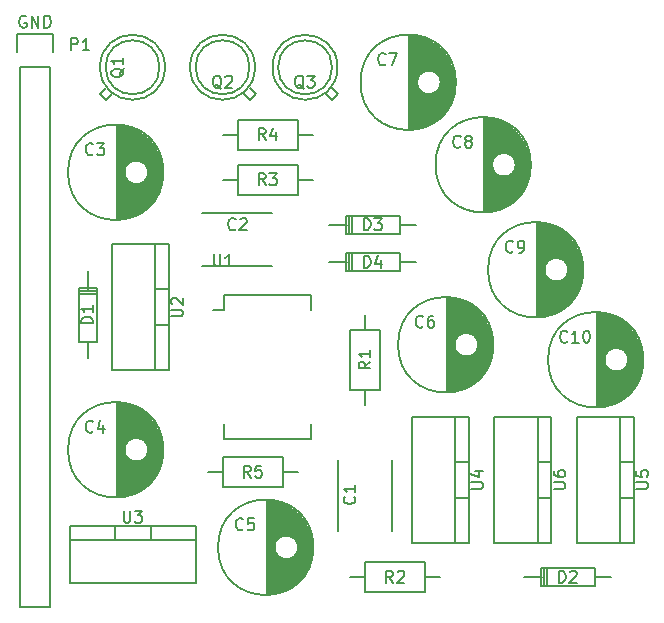
<source format=gto>
G04 #@! TF.FileFunction,Legend,Top*
%FSLAX46Y46*%
G04 Gerber Fmt 4.6, Leading zero omitted, Abs format (unit mm)*
G04 Created by KiCad (PCBNEW 4.0.4+e1-6308~48~ubuntu16.04.1-stable) date Fri Dec  2 12:58:12 2016*
%MOMM*%
%LPD*%
G01*
G04 APERTURE LIST*
%ADD10C,0.100000*%
%ADD11C,0.150000*%
G04 APERTURE END LIST*
D10*
D11*
X49030000Y-65015000D02*
X49030000Y-66285000D01*
X56380000Y-65015000D02*
X56380000Y-66285000D01*
X56380000Y-77225000D02*
X56380000Y-75955000D01*
X49030000Y-77225000D02*
X49030000Y-75955000D01*
X49030000Y-65015000D02*
X56380000Y-65015000D01*
X49030000Y-77225000D02*
X56380000Y-77225000D01*
X49030000Y-66285000D02*
X48095000Y-66285000D01*
X37467540Y-68961520D02*
X37467540Y-70358520D01*
X37467540Y-64516520D02*
X37467540Y-62992520D01*
X38229540Y-64897520D02*
X36705540Y-64897520D01*
X38229540Y-64643520D02*
X36705540Y-64643520D01*
X37467540Y-64389520D02*
X36705540Y-64389520D01*
X36705540Y-64389520D02*
X36705540Y-68961520D01*
X36705540Y-68961520D02*
X38229540Y-68961520D01*
X38229540Y-68961520D02*
X38229540Y-64389520D01*
X38229540Y-64389520D02*
X37467540Y-64389520D01*
X80391520Y-88897460D02*
X81788520Y-88897460D01*
X75946520Y-88897460D02*
X74422520Y-88897460D01*
X76327520Y-88135460D02*
X76327520Y-89659460D01*
X76073520Y-88135460D02*
X76073520Y-89659460D01*
X75819520Y-88897460D02*
X75819520Y-89659460D01*
X75819520Y-89659460D02*
X80391520Y-89659460D01*
X80391520Y-89659460D02*
X80391520Y-88135460D01*
X80391520Y-88135460D02*
X75819520Y-88135460D01*
X75819520Y-88135460D02*
X75819520Y-88897460D01*
X63881520Y-59052460D02*
X65278520Y-59052460D01*
X59436520Y-59052460D02*
X57912520Y-59052460D01*
X59817520Y-58290460D02*
X59817520Y-59814460D01*
X59563520Y-58290460D02*
X59563520Y-59814460D01*
X59309520Y-59052460D02*
X59309520Y-59814460D01*
X59309520Y-59814460D02*
X63881520Y-59814460D01*
X63881520Y-59814460D02*
X63881520Y-58290460D01*
X63881520Y-58290460D02*
X59309520Y-58290460D01*
X59309520Y-58290460D02*
X59309520Y-59052460D01*
X63881520Y-62227460D02*
X65278520Y-62227460D01*
X59436520Y-62227460D02*
X57912520Y-62227460D01*
X59817520Y-61465460D02*
X59817520Y-62989460D01*
X59563520Y-61465460D02*
X59563520Y-62989460D01*
X59309520Y-62227460D02*
X59309520Y-62989460D01*
X59309520Y-62989460D02*
X63881520Y-62989460D01*
X63881520Y-62989460D02*
X63881520Y-61465460D01*
X63881520Y-61465460D02*
X59309520Y-61465460D01*
X59309520Y-61465460D02*
X59309520Y-62227460D01*
X39925000Y-50611000D02*
X39925000Y-58609000D01*
X40065000Y-50616000D02*
X40065000Y-58604000D01*
X40205000Y-50626000D02*
X40205000Y-58594000D01*
X40345000Y-50641000D02*
X40345000Y-58579000D01*
X40485000Y-50661000D02*
X40485000Y-58559000D01*
X40625000Y-50686000D02*
X40625000Y-54388000D01*
X40625000Y-54832000D02*
X40625000Y-58534000D01*
X40765000Y-50716000D02*
X40765000Y-54060000D01*
X40765000Y-55160000D02*
X40765000Y-58504000D01*
X40905000Y-50752000D02*
X40905000Y-53891000D01*
X40905000Y-55329000D02*
X40905000Y-58468000D01*
X41045000Y-50793000D02*
X41045000Y-53778000D01*
X41045000Y-55442000D02*
X41045000Y-58427000D01*
X41185000Y-50839000D02*
X41185000Y-53700000D01*
X41185000Y-55520000D02*
X41185000Y-58381000D01*
X41325000Y-50892000D02*
X41325000Y-53649000D01*
X41325000Y-55571000D02*
X41325000Y-58328000D01*
X41465000Y-50951000D02*
X41465000Y-53619000D01*
X41465000Y-55601000D02*
X41465000Y-58269000D01*
X41605000Y-51016000D02*
X41605000Y-53610000D01*
X41605000Y-55610000D02*
X41605000Y-58204000D01*
X41745000Y-51087000D02*
X41745000Y-53621000D01*
X41745000Y-55599000D02*
X41745000Y-58133000D01*
X41885000Y-51166000D02*
X41885000Y-53651000D01*
X41885000Y-55569000D02*
X41885000Y-58054000D01*
X42025000Y-51253000D02*
X42025000Y-53705000D01*
X42025000Y-55515000D02*
X42025000Y-57967000D01*
X42165000Y-51348000D02*
X42165000Y-53785000D01*
X42165000Y-55435000D02*
X42165000Y-57872000D01*
X42305000Y-51452000D02*
X42305000Y-53901000D01*
X42305000Y-55319000D02*
X42305000Y-57768000D01*
X42445000Y-51566000D02*
X42445000Y-54075000D01*
X42445000Y-55145000D02*
X42445000Y-57654000D01*
X42585000Y-51691000D02*
X42585000Y-54437000D01*
X42585000Y-54783000D02*
X42585000Y-57529000D01*
X42725000Y-51829000D02*
X42725000Y-57391000D01*
X42865000Y-51981000D02*
X42865000Y-57239000D01*
X43005000Y-52151000D02*
X43005000Y-57069000D01*
X43145000Y-52342000D02*
X43145000Y-56878000D01*
X43285000Y-52560000D02*
X43285000Y-56660000D01*
X43425000Y-52816000D02*
X43425000Y-56404000D01*
X43565000Y-53127000D02*
X43565000Y-56093000D01*
X43705000Y-53543000D02*
X43705000Y-55677000D01*
X43845000Y-54410000D02*
X43845000Y-54810000D01*
X42600000Y-54610000D02*
G75*
G03X42600000Y-54610000I-1000000J0D01*
G01*
X43887500Y-54610000D02*
G75*
G03X43887500Y-54610000I-4037500J0D01*
G01*
X39925000Y-74106000D02*
X39925000Y-82104000D01*
X40065000Y-74111000D02*
X40065000Y-82099000D01*
X40205000Y-74121000D02*
X40205000Y-82089000D01*
X40345000Y-74136000D02*
X40345000Y-82074000D01*
X40485000Y-74156000D02*
X40485000Y-82054000D01*
X40625000Y-74181000D02*
X40625000Y-77883000D01*
X40625000Y-78327000D02*
X40625000Y-82029000D01*
X40765000Y-74211000D02*
X40765000Y-77555000D01*
X40765000Y-78655000D02*
X40765000Y-81999000D01*
X40905000Y-74247000D02*
X40905000Y-77386000D01*
X40905000Y-78824000D02*
X40905000Y-81963000D01*
X41045000Y-74288000D02*
X41045000Y-77273000D01*
X41045000Y-78937000D02*
X41045000Y-81922000D01*
X41185000Y-74334000D02*
X41185000Y-77195000D01*
X41185000Y-79015000D02*
X41185000Y-81876000D01*
X41325000Y-74387000D02*
X41325000Y-77144000D01*
X41325000Y-79066000D02*
X41325000Y-81823000D01*
X41465000Y-74446000D02*
X41465000Y-77114000D01*
X41465000Y-79096000D02*
X41465000Y-81764000D01*
X41605000Y-74511000D02*
X41605000Y-77105000D01*
X41605000Y-79105000D02*
X41605000Y-81699000D01*
X41745000Y-74582000D02*
X41745000Y-77116000D01*
X41745000Y-79094000D02*
X41745000Y-81628000D01*
X41885000Y-74661000D02*
X41885000Y-77146000D01*
X41885000Y-79064000D02*
X41885000Y-81549000D01*
X42025000Y-74748000D02*
X42025000Y-77200000D01*
X42025000Y-79010000D02*
X42025000Y-81462000D01*
X42165000Y-74843000D02*
X42165000Y-77280000D01*
X42165000Y-78930000D02*
X42165000Y-81367000D01*
X42305000Y-74947000D02*
X42305000Y-77396000D01*
X42305000Y-78814000D02*
X42305000Y-81263000D01*
X42445000Y-75061000D02*
X42445000Y-77570000D01*
X42445000Y-78640000D02*
X42445000Y-81149000D01*
X42585000Y-75186000D02*
X42585000Y-77932000D01*
X42585000Y-78278000D02*
X42585000Y-81024000D01*
X42725000Y-75324000D02*
X42725000Y-80886000D01*
X42865000Y-75476000D02*
X42865000Y-80734000D01*
X43005000Y-75646000D02*
X43005000Y-80564000D01*
X43145000Y-75837000D02*
X43145000Y-80373000D01*
X43285000Y-76055000D02*
X43285000Y-80155000D01*
X43425000Y-76311000D02*
X43425000Y-79899000D01*
X43565000Y-76622000D02*
X43565000Y-79588000D01*
X43705000Y-77038000D02*
X43705000Y-79172000D01*
X43845000Y-77905000D02*
X43845000Y-78305000D01*
X42600000Y-78105000D02*
G75*
G03X42600000Y-78105000I-1000000J0D01*
G01*
X43887500Y-78105000D02*
G75*
G03X43887500Y-78105000I-4037500J0D01*
G01*
X52625000Y-82361000D02*
X52625000Y-90359000D01*
X52765000Y-82366000D02*
X52765000Y-90354000D01*
X52905000Y-82376000D02*
X52905000Y-90344000D01*
X53045000Y-82391000D02*
X53045000Y-90329000D01*
X53185000Y-82411000D02*
X53185000Y-90309000D01*
X53325000Y-82436000D02*
X53325000Y-86138000D01*
X53325000Y-86582000D02*
X53325000Y-90284000D01*
X53465000Y-82466000D02*
X53465000Y-85810000D01*
X53465000Y-86910000D02*
X53465000Y-90254000D01*
X53605000Y-82502000D02*
X53605000Y-85641000D01*
X53605000Y-87079000D02*
X53605000Y-90218000D01*
X53745000Y-82543000D02*
X53745000Y-85528000D01*
X53745000Y-87192000D02*
X53745000Y-90177000D01*
X53885000Y-82589000D02*
X53885000Y-85450000D01*
X53885000Y-87270000D02*
X53885000Y-90131000D01*
X54025000Y-82642000D02*
X54025000Y-85399000D01*
X54025000Y-87321000D02*
X54025000Y-90078000D01*
X54165000Y-82701000D02*
X54165000Y-85369000D01*
X54165000Y-87351000D02*
X54165000Y-90019000D01*
X54305000Y-82766000D02*
X54305000Y-85360000D01*
X54305000Y-87360000D02*
X54305000Y-89954000D01*
X54445000Y-82837000D02*
X54445000Y-85371000D01*
X54445000Y-87349000D02*
X54445000Y-89883000D01*
X54585000Y-82916000D02*
X54585000Y-85401000D01*
X54585000Y-87319000D02*
X54585000Y-89804000D01*
X54725000Y-83003000D02*
X54725000Y-85455000D01*
X54725000Y-87265000D02*
X54725000Y-89717000D01*
X54865000Y-83098000D02*
X54865000Y-85535000D01*
X54865000Y-87185000D02*
X54865000Y-89622000D01*
X55005000Y-83202000D02*
X55005000Y-85651000D01*
X55005000Y-87069000D02*
X55005000Y-89518000D01*
X55145000Y-83316000D02*
X55145000Y-85825000D01*
X55145000Y-86895000D02*
X55145000Y-89404000D01*
X55285000Y-83441000D02*
X55285000Y-86187000D01*
X55285000Y-86533000D02*
X55285000Y-89279000D01*
X55425000Y-83579000D02*
X55425000Y-89141000D01*
X55565000Y-83731000D02*
X55565000Y-88989000D01*
X55705000Y-83901000D02*
X55705000Y-88819000D01*
X55845000Y-84092000D02*
X55845000Y-88628000D01*
X55985000Y-84310000D02*
X55985000Y-88410000D01*
X56125000Y-84566000D02*
X56125000Y-88154000D01*
X56265000Y-84877000D02*
X56265000Y-87843000D01*
X56405000Y-85293000D02*
X56405000Y-87427000D01*
X56545000Y-86160000D02*
X56545000Y-86560000D01*
X55300000Y-86360000D02*
G75*
G03X55300000Y-86360000I-1000000J0D01*
G01*
X56587500Y-86360000D02*
G75*
G03X56587500Y-86360000I-4037500J0D01*
G01*
X67865000Y-65216000D02*
X67865000Y-73214000D01*
X68005000Y-65221000D02*
X68005000Y-73209000D01*
X68145000Y-65231000D02*
X68145000Y-73199000D01*
X68285000Y-65246000D02*
X68285000Y-73184000D01*
X68425000Y-65266000D02*
X68425000Y-73164000D01*
X68565000Y-65291000D02*
X68565000Y-68993000D01*
X68565000Y-69437000D02*
X68565000Y-73139000D01*
X68705000Y-65321000D02*
X68705000Y-68665000D01*
X68705000Y-69765000D02*
X68705000Y-73109000D01*
X68845000Y-65357000D02*
X68845000Y-68496000D01*
X68845000Y-69934000D02*
X68845000Y-73073000D01*
X68985000Y-65398000D02*
X68985000Y-68383000D01*
X68985000Y-70047000D02*
X68985000Y-73032000D01*
X69125000Y-65444000D02*
X69125000Y-68305000D01*
X69125000Y-70125000D02*
X69125000Y-72986000D01*
X69265000Y-65497000D02*
X69265000Y-68254000D01*
X69265000Y-70176000D02*
X69265000Y-72933000D01*
X69405000Y-65556000D02*
X69405000Y-68224000D01*
X69405000Y-70206000D02*
X69405000Y-72874000D01*
X69545000Y-65621000D02*
X69545000Y-68215000D01*
X69545000Y-70215000D02*
X69545000Y-72809000D01*
X69685000Y-65692000D02*
X69685000Y-68226000D01*
X69685000Y-70204000D02*
X69685000Y-72738000D01*
X69825000Y-65771000D02*
X69825000Y-68256000D01*
X69825000Y-70174000D02*
X69825000Y-72659000D01*
X69965000Y-65858000D02*
X69965000Y-68310000D01*
X69965000Y-70120000D02*
X69965000Y-72572000D01*
X70105000Y-65953000D02*
X70105000Y-68390000D01*
X70105000Y-70040000D02*
X70105000Y-72477000D01*
X70245000Y-66057000D02*
X70245000Y-68506000D01*
X70245000Y-69924000D02*
X70245000Y-72373000D01*
X70385000Y-66171000D02*
X70385000Y-68680000D01*
X70385000Y-69750000D02*
X70385000Y-72259000D01*
X70525000Y-66296000D02*
X70525000Y-69042000D01*
X70525000Y-69388000D02*
X70525000Y-72134000D01*
X70665000Y-66434000D02*
X70665000Y-71996000D01*
X70805000Y-66586000D02*
X70805000Y-71844000D01*
X70945000Y-66756000D02*
X70945000Y-71674000D01*
X71085000Y-66947000D02*
X71085000Y-71483000D01*
X71225000Y-67165000D02*
X71225000Y-71265000D01*
X71365000Y-67421000D02*
X71365000Y-71009000D01*
X71505000Y-67732000D02*
X71505000Y-70698000D01*
X71645000Y-68148000D02*
X71645000Y-70282000D01*
X71785000Y-69015000D02*
X71785000Y-69415000D01*
X70540000Y-69215000D02*
G75*
G03X70540000Y-69215000I-1000000J0D01*
G01*
X71827500Y-69215000D02*
G75*
G03X71827500Y-69215000I-4037500J0D01*
G01*
X64690000Y-42991000D02*
X64690000Y-50989000D01*
X64830000Y-42996000D02*
X64830000Y-50984000D01*
X64970000Y-43006000D02*
X64970000Y-50974000D01*
X65110000Y-43021000D02*
X65110000Y-50959000D01*
X65250000Y-43041000D02*
X65250000Y-50939000D01*
X65390000Y-43066000D02*
X65390000Y-46768000D01*
X65390000Y-47212000D02*
X65390000Y-50914000D01*
X65530000Y-43096000D02*
X65530000Y-46440000D01*
X65530000Y-47540000D02*
X65530000Y-50884000D01*
X65670000Y-43132000D02*
X65670000Y-46271000D01*
X65670000Y-47709000D02*
X65670000Y-50848000D01*
X65810000Y-43173000D02*
X65810000Y-46158000D01*
X65810000Y-47822000D02*
X65810000Y-50807000D01*
X65950000Y-43219000D02*
X65950000Y-46080000D01*
X65950000Y-47900000D02*
X65950000Y-50761000D01*
X66090000Y-43272000D02*
X66090000Y-46029000D01*
X66090000Y-47951000D02*
X66090000Y-50708000D01*
X66230000Y-43331000D02*
X66230000Y-45999000D01*
X66230000Y-47981000D02*
X66230000Y-50649000D01*
X66370000Y-43396000D02*
X66370000Y-45990000D01*
X66370000Y-47990000D02*
X66370000Y-50584000D01*
X66510000Y-43467000D02*
X66510000Y-46001000D01*
X66510000Y-47979000D02*
X66510000Y-50513000D01*
X66650000Y-43546000D02*
X66650000Y-46031000D01*
X66650000Y-47949000D02*
X66650000Y-50434000D01*
X66790000Y-43633000D02*
X66790000Y-46085000D01*
X66790000Y-47895000D02*
X66790000Y-50347000D01*
X66930000Y-43728000D02*
X66930000Y-46165000D01*
X66930000Y-47815000D02*
X66930000Y-50252000D01*
X67070000Y-43832000D02*
X67070000Y-46281000D01*
X67070000Y-47699000D02*
X67070000Y-50148000D01*
X67210000Y-43946000D02*
X67210000Y-46455000D01*
X67210000Y-47525000D02*
X67210000Y-50034000D01*
X67350000Y-44071000D02*
X67350000Y-46817000D01*
X67350000Y-47163000D02*
X67350000Y-49909000D01*
X67490000Y-44209000D02*
X67490000Y-49771000D01*
X67630000Y-44361000D02*
X67630000Y-49619000D01*
X67770000Y-44531000D02*
X67770000Y-49449000D01*
X67910000Y-44722000D02*
X67910000Y-49258000D01*
X68050000Y-44940000D02*
X68050000Y-49040000D01*
X68190000Y-45196000D02*
X68190000Y-48784000D01*
X68330000Y-45507000D02*
X68330000Y-48473000D01*
X68470000Y-45923000D02*
X68470000Y-48057000D01*
X68610000Y-46790000D02*
X68610000Y-47190000D01*
X67365000Y-46990000D02*
G75*
G03X67365000Y-46990000I-1000000J0D01*
G01*
X68652500Y-46990000D02*
G75*
G03X68652500Y-46990000I-4037500J0D01*
G01*
X71040000Y-49976000D02*
X71040000Y-57974000D01*
X71180000Y-49981000D02*
X71180000Y-57969000D01*
X71320000Y-49991000D02*
X71320000Y-57959000D01*
X71460000Y-50006000D02*
X71460000Y-57944000D01*
X71600000Y-50026000D02*
X71600000Y-57924000D01*
X71740000Y-50051000D02*
X71740000Y-53753000D01*
X71740000Y-54197000D02*
X71740000Y-57899000D01*
X71880000Y-50081000D02*
X71880000Y-53425000D01*
X71880000Y-54525000D02*
X71880000Y-57869000D01*
X72020000Y-50117000D02*
X72020000Y-53256000D01*
X72020000Y-54694000D02*
X72020000Y-57833000D01*
X72160000Y-50158000D02*
X72160000Y-53143000D01*
X72160000Y-54807000D02*
X72160000Y-57792000D01*
X72300000Y-50204000D02*
X72300000Y-53065000D01*
X72300000Y-54885000D02*
X72300000Y-57746000D01*
X72440000Y-50257000D02*
X72440000Y-53014000D01*
X72440000Y-54936000D02*
X72440000Y-57693000D01*
X72580000Y-50316000D02*
X72580000Y-52984000D01*
X72580000Y-54966000D02*
X72580000Y-57634000D01*
X72720000Y-50381000D02*
X72720000Y-52975000D01*
X72720000Y-54975000D02*
X72720000Y-57569000D01*
X72860000Y-50452000D02*
X72860000Y-52986000D01*
X72860000Y-54964000D02*
X72860000Y-57498000D01*
X73000000Y-50531000D02*
X73000000Y-53016000D01*
X73000000Y-54934000D02*
X73000000Y-57419000D01*
X73140000Y-50618000D02*
X73140000Y-53070000D01*
X73140000Y-54880000D02*
X73140000Y-57332000D01*
X73280000Y-50713000D02*
X73280000Y-53150000D01*
X73280000Y-54800000D02*
X73280000Y-57237000D01*
X73420000Y-50817000D02*
X73420000Y-53266000D01*
X73420000Y-54684000D02*
X73420000Y-57133000D01*
X73560000Y-50931000D02*
X73560000Y-53440000D01*
X73560000Y-54510000D02*
X73560000Y-57019000D01*
X73700000Y-51056000D02*
X73700000Y-53802000D01*
X73700000Y-54148000D02*
X73700000Y-56894000D01*
X73840000Y-51194000D02*
X73840000Y-56756000D01*
X73980000Y-51346000D02*
X73980000Y-56604000D01*
X74120000Y-51516000D02*
X74120000Y-56434000D01*
X74260000Y-51707000D02*
X74260000Y-56243000D01*
X74400000Y-51925000D02*
X74400000Y-56025000D01*
X74540000Y-52181000D02*
X74540000Y-55769000D01*
X74680000Y-52492000D02*
X74680000Y-55458000D01*
X74820000Y-52908000D02*
X74820000Y-55042000D01*
X74960000Y-53775000D02*
X74960000Y-54175000D01*
X73715000Y-53975000D02*
G75*
G03X73715000Y-53975000I-1000000J0D01*
G01*
X75002500Y-53975000D02*
G75*
G03X75002500Y-53975000I-4037500J0D01*
G01*
X75485000Y-58866000D02*
X75485000Y-66864000D01*
X75625000Y-58871000D02*
X75625000Y-66859000D01*
X75765000Y-58881000D02*
X75765000Y-66849000D01*
X75905000Y-58896000D02*
X75905000Y-66834000D01*
X76045000Y-58916000D02*
X76045000Y-66814000D01*
X76185000Y-58941000D02*
X76185000Y-62643000D01*
X76185000Y-63087000D02*
X76185000Y-66789000D01*
X76325000Y-58971000D02*
X76325000Y-62315000D01*
X76325000Y-63415000D02*
X76325000Y-66759000D01*
X76465000Y-59007000D02*
X76465000Y-62146000D01*
X76465000Y-63584000D02*
X76465000Y-66723000D01*
X76605000Y-59048000D02*
X76605000Y-62033000D01*
X76605000Y-63697000D02*
X76605000Y-66682000D01*
X76745000Y-59094000D02*
X76745000Y-61955000D01*
X76745000Y-63775000D02*
X76745000Y-66636000D01*
X76885000Y-59147000D02*
X76885000Y-61904000D01*
X76885000Y-63826000D02*
X76885000Y-66583000D01*
X77025000Y-59206000D02*
X77025000Y-61874000D01*
X77025000Y-63856000D02*
X77025000Y-66524000D01*
X77165000Y-59271000D02*
X77165000Y-61865000D01*
X77165000Y-63865000D02*
X77165000Y-66459000D01*
X77305000Y-59342000D02*
X77305000Y-61876000D01*
X77305000Y-63854000D02*
X77305000Y-66388000D01*
X77445000Y-59421000D02*
X77445000Y-61906000D01*
X77445000Y-63824000D02*
X77445000Y-66309000D01*
X77585000Y-59508000D02*
X77585000Y-61960000D01*
X77585000Y-63770000D02*
X77585000Y-66222000D01*
X77725000Y-59603000D02*
X77725000Y-62040000D01*
X77725000Y-63690000D02*
X77725000Y-66127000D01*
X77865000Y-59707000D02*
X77865000Y-62156000D01*
X77865000Y-63574000D02*
X77865000Y-66023000D01*
X78005000Y-59821000D02*
X78005000Y-62330000D01*
X78005000Y-63400000D02*
X78005000Y-65909000D01*
X78145000Y-59946000D02*
X78145000Y-62692000D01*
X78145000Y-63038000D02*
X78145000Y-65784000D01*
X78285000Y-60084000D02*
X78285000Y-65646000D01*
X78425000Y-60236000D02*
X78425000Y-65494000D01*
X78565000Y-60406000D02*
X78565000Y-65324000D01*
X78705000Y-60597000D02*
X78705000Y-65133000D01*
X78845000Y-60815000D02*
X78845000Y-64915000D01*
X78985000Y-61071000D02*
X78985000Y-64659000D01*
X79125000Y-61382000D02*
X79125000Y-64348000D01*
X79265000Y-61798000D02*
X79265000Y-63932000D01*
X79405000Y-62665000D02*
X79405000Y-63065000D01*
X78160000Y-62865000D02*
G75*
G03X78160000Y-62865000I-1000000J0D01*
G01*
X79447500Y-62865000D02*
G75*
G03X79447500Y-62865000I-4037500J0D01*
G01*
X80565000Y-66486000D02*
X80565000Y-74484000D01*
X80705000Y-66491000D02*
X80705000Y-74479000D01*
X80845000Y-66501000D02*
X80845000Y-74469000D01*
X80985000Y-66516000D02*
X80985000Y-74454000D01*
X81125000Y-66536000D02*
X81125000Y-74434000D01*
X81265000Y-66561000D02*
X81265000Y-70263000D01*
X81265000Y-70707000D02*
X81265000Y-74409000D01*
X81405000Y-66591000D02*
X81405000Y-69935000D01*
X81405000Y-71035000D02*
X81405000Y-74379000D01*
X81545000Y-66627000D02*
X81545000Y-69766000D01*
X81545000Y-71204000D02*
X81545000Y-74343000D01*
X81685000Y-66668000D02*
X81685000Y-69653000D01*
X81685000Y-71317000D02*
X81685000Y-74302000D01*
X81825000Y-66714000D02*
X81825000Y-69575000D01*
X81825000Y-71395000D02*
X81825000Y-74256000D01*
X81965000Y-66767000D02*
X81965000Y-69524000D01*
X81965000Y-71446000D02*
X81965000Y-74203000D01*
X82105000Y-66826000D02*
X82105000Y-69494000D01*
X82105000Y-71476000D02*
X82105000Y-74144000D01*
X82245000Y-66891000D02*
X82245000Y-69485000D01*
X82245000Y-71485000D02*
X82245000Y-74079000D01*
X82385000Y-66962000D02*
X82385000Y-69496000D01*
X82385000Y-71474000D02*
X82385000Y-74008000D01*
X82525000Y-67041000D02*
X82525000Y-69526000D01*
X82525000Y-71444000D02*
X82525000Y-73929000D01*
X82665000Y-67128000D02*
X82665000Y-69580000D01*
X82665000Y-71390000D02*
X82665000Y-73842000D01*
X82805000Y-67223000D02*
X82805000Y-69660000D01*
X82805000Y-71310000D02*
X82805000Y-73747000D01*
X82945000Y-67327000D02*
X82945000Y-69776000D01*
X82945000Y-71194000D02*
X82945000Y-73643000D01*
X83085000Y-67441000D02*
X83085000Y-69950000D01*
X83085000Y-71020000D02*
X83085000Y-73529000D01*
X83225000Y-67566000D02*
X83225000Y-70312000D01*
X83225000Y-70658000D02*
X83225000Y-73404000D01*
X83365000Y-67704000D02*
X83365000Y-73266000D01*
X83505000Y-67856000D02*
X83505000Y-73114000D01*
X83645000Y-68026000D02*
X83645000Y-72944000D01*
X83785000Y-68217000D02*
X83785000Y-72753000D01*
X83925000Y-68435000D02*
X83925000Y-72535000D01*
X84065000Y-68691000D02*
X84065000Y-72279000D01*
X84205000Y-69002000D02*
X84205000Y-71968000D01*
X84345000Y-69418000D02*
X84345000Y-71552000D01*
X84485000Y-70285000D02*
X84485000Y-70685000D01*
X83240000Y-70485000D02*
G75*
G03X83240000Y-70485000I-1000000J0D01*
G01*
X84527500Y-70485000D02*
G75*
G03X84527500Y-70485000I-4037500J0D01*
G01*
X59690000Y-73025000D02*
X59690000Y-67945000D01*
X59690000Y-67945000D02*
X62230000Y-67945000D01*
X62230000Y-67945000D02*
X62230000Y-73025000D01*
X62230000Y-73025000D02*
X59690000Y-73025000D01*
X60960000Y-73025000D02*
X60960000Y-74295000D01*
X60960000Y-67945000D02*
X60960000Y-66675000D01*
X60960000Y-87630000D02*
X66040000Y-87630000D01*
X66040000Y-87630000D02*
X66040000Y-90170000D01*
X66040000Y-90170000D02*
X60960000Y-90170000D01*
X60960000Y-90170000D02*
X60960000Y-87630000D01*
X60960000Y-88900000D02*
X59690000Y-88900000D01*
X66040000Y-88900000D02*
X67310000Y-88900000D01*
X50165000Y-53975000D02*
X55245000Y-53975000D01*
X55245000Y-53975000D02*
X55245000Y-56515000D01*
X55245000Y-56515000D02*
X50165000Y-56515000D01*
X50165000Y-56515000D02*
X50165000Y-53975000D01*
X50165000Y-55245000D02*
X48895000Y-55245000D01*
X55245000Y-55245000D02*
X56515000Y-55245000D01*
X50165000Y-50165000D02*
X55245000Y-50165000D01*
X55245000Y-50165000D02*
X55245000Y-52705000D01*
X55245000Y-52705000D02*
X50165000Y-52705000D01*
X50165000Y-52705000D02*
X50165000Y-50165000D01*
X50165000Y-51435000D02*
X48895000Y-51435000D01*
X55245000Y-51435000D02*
X56515000Y-51435000D01*
X48895000Y-78740000D02*
X53975000Y-78740000D01*
X53975000Y-78740000D02*
X53975000Y-81280000D01*
X53975000Y-81280000D02*
X48895000Y-81280000D01*
X48895000Y-81280000D02*
X48895000Y-78740000D01*
X48895000Y-80010000D02*
X47625000Y-80010000D01*
X53975000Y-80010000D02*
X55245000Y-80010000D01*
X38989000Y-48514000D02*
X39497000Y-48006000D01*
X38989000Y-47498000D02*
X38481000Y-48006000D01*
X38481000Y-48006000D02*
X38989000Y-48514000D01*
X43561000Y-45720000D02*
G75*
G03X43561000Y-45720000I-2286000J0D01*
G01*
X44025000Y-45720000D02*
G75*
G03X44025000Y-45720000I-2750000J0D01*
G01*
X51689000Y-48006000D02*
X51181000Y-47498000D01*
X50673000Y-48006000D02*
X51181000Y-48514000D01*
X51181000Y-48514000D02*
X51689000Y-48006000D01*
X51181000Y-45720000D02*
G75*
G03X51181000Y-45720000I-2286000J0D01*
G01*
X51645000Y-45720000D02*
G75*
G03X51645000Y-45720000I-2750000J0D01*
G01*
X58674000Y-48006000D02*
X58166000Y-47498000D01*
X57658000Y-48006000D02*
X58166000Y-48514000D01*
X58166000Y-48514000D02*
X58674000Y-48006000D01*
X58166000Y-45720000D02*
G75*
G03X58166000Y-45720000I-2286000J0D01*
G01*
X58630000Y-45720000D02*
G75*
G03X58630000Y-45720000I-2750000J0D01*
G01*
X31750000Y-45720000D02*
X31750000Y-91440000D01*
X31750000Y-91440000D02*
X34290000Y-91440000D01*
X34290000Y-91440000D02*
X34290000Y-45720000D01*
X31470000Y-42900000D02*
X31470000Y-44450000D01*
X31750000Y-45720000D02*
X34290000Y-45720000D01*
X34570000Y-44450000D02*
X34570000Y-42900000D01*
X34570000Y-42900000D02*
X31470000Y-42900000D01*
X76708000Y-79121000D02*
X75565000Y-79121000D01*
X76708000Y-82169000D02*
X75565000Y-82169000D01*
X75565000Y-85979000D02*
X71882000Y-85979000D01*
X71882000Y-85979000D02*
X71882000Y-75311000D01*
X71882000Y-75311000D02*
X75565000Y-75311000D01*
X76708000Y-85979000D02*
X75565000Y-85979000D01*
X75565000Y-85979000D02*
X75565000Y-75311000D01*
X75565000Y-75311000D02*
X76708000Y-75311000D01*
X76708000Y-80645000D02*
X76708000Y-75311000D01*
X76708000Y-80645000D02*
X76708000Y-85979000D01*
X83693000Y-79121000D02*
X82550000Y-79121000D01*
X83693000Y-82169000D02*
X82550000Y-82169000D01*
X82550000Y-85979000D02*
X78867000Y-85979000D01*
X78867000Y-85979000D02*
X78867000Y-75311000D01*
X78867000Y-75311000D02*
X82550000Y-75311000D01*
X83693000Y-85979000D02*
X82550000Y-85979000D01*
X82550000Y-85979000D02*
X82550000Y-75311000D01*
X82550000Y-75311000D02*
X83693000Y-75311000D01*
X83693000Y-80645000D02*
X83693000Y-75311000D01*
X83693000Y-80645000D02*
X83693000Y-85979000D01*
X69723000Y-79121000D02*
X68580000Y-79121000D01*
X69723000Y-82169000D02*
X68580000Y-82169000D01*
X68580000Y-85979000D02*
X64897000Y-85979000D01*
X64897000Y-85979000D02*
X64897000Y-75311000D01*
X64897000Y-75311000D02*
X68580000Y-75311000D01*
X69723000Y-85979000D02*
X68580000Y-85979000D01*
X68580000Y-85979000D02*
X68580000Y-75311000D01*
X68580000Y-75311000D02*
X69723000Y-75311000D01*
X69723000Y-80645000D02*
X69723000Y-75311000D01*
X69723000Y-80645000D02*
X69723000Y-85979000D01*
X39751000Y-84582000D02*
X39751000Y-85725000D01*
X42799000Y-84582000D02*
X42799000Y-85725000D01*
X46609000Y-85725000D02*
X46609000Y-89408000D01*
X46609000Y-89408000D02*
X35941000Y-89408000D01*
X35941000Y-89408000D02*
X35941000Y-85725000D01*
X46609000Y-84582000D02*
X46609000Y-85725000D01*
X46609000Y-85725000D02*
X35941000Y-85725000D01*
X35941000Y-85725000D02*
X35941000Y-84582000D01*
X41275000Y-84582000D02*
X35941000Y-84582000D01*
X41275000Y-84582000D02*
X46609000Y-84582000D01*
X44323000Y-64516000D02*
X43180000Y-64516000D01*
X44323000Y-67564000D02*
X43180000Y-67564000D01*
X43180000Y-71374000D02*
X39497000Y-71374000D01*
X39497000Y-71374000D02*
X39497000Y-60706000D01*
X39497000Y-60706000D02*
X43180000Y-60706000D01*
X44323000Y-71374000D02*
X43180000Y-71374000D01*
X43180000Y-71374000D02*
X43180000Y-60706000D01*
X43180000Y-60706000D02*
X44323000Y-60706000D01*
X44323000Y-66040000D02*
X44323000Y-60706000D01*
X44323000Y-66040000D02*
X44323000Y-71374000D01*
X47125000Y-58075000D02*
X53125000Y-58075000D01*
X53125000Y-62575000D02*
X47125000Y-62575000D01*
X58710000Y-84955000D02*
X58710000Y-78955000D01*
X63210000Y-78955000D02*
X63210000Y-84955000D01*
X48133095Y-61542381D02*
X48133095Y-62351905D01*
X48180714Y-62447143D01*
X48228333Y-62494762D01*
X48323571Y-62542381D01*
X48514048Y-62542381D01*
X48609286Y-62494762D01*
X48656905Y-62447143D01*
X48704524Y-62351905D01*
X48704524Y-61542381D01*
X49704524Y-62542381D02*
X49133095Y-62542381D01*
X49418809Y-62542381D02*
X49418809Y-61542381D01*
X49323571Y-61685238D01*
X49228333Y-61780476D01*
X49133095Y-61828095D01*
X37917381Y-67413095D02*
X36917381Y-67413095D01*
X36917381Y-67175000D01*
X36965000Y-67032142D01*
X37060238Y-66936904D01*
X37155476Y-66889285D01*
X37345952Y-66841666D01*
X37488810Y-66841666D01*
X37679286Y-66889285D01*
X37774524Y-66936904D01*
X37869762Y-67032142D01*
X37917381Y-67175000D01*
X37917381Y-67413095D01*
X37917381Y-65889285D02*
X37917381Y-66460714D01*
X37917381Y-66175000D02*
X36917381Y-66175000D01*
X37060238Y-66270238D01*
X37155476Y-66365476D01*
X37203095Y-66460714D01*
X77366905Y-89352381D02*
X77366905Y-88352381D01*
X77605000Y-88352381D01*
X77747858Y-88400000D01*
X77843096Y-88495238D01*
X77890715Y-88590476D01*
X77938334Y-88780952D01*
X77938334Y-88923810D01*
X77890715Y-89114286D01*
X77843096Y-89209524D01*
X77747858Y-89304762D01*
X77605000Y-89352381D01*
X77366905Y-89352381D01*
X78319286Y-88447619D02*
X78366905Y-88400000D01*
X78462143Y-88352381D01*
X78700239Y-88352381D01*
X78795477Y-88400000D01*
X78843096Y-88447619D01*
X78890715Y-88542857D01*
X78890715Y-88638095D01*
X78843096Y-88780952D01*
X78271667Y-89352381D01*
X78890715Y-89352381D01*
X60856905Y-59507381D02*
X60856905Y-58507381D01*
X61095000Y-58507381D01*
X61237858Y-58555000D01*
X61333096Y-58650238D01*
X61380715Y-58745476D01*
X61428334Y-58935952D01*
X61428334Y-59078810D01*
X61380715Y-59269286D01*
X61333096Y-59364524D01*
X61237858Y-59459762D01*
X61095000Y-59507381D01*
X60856905Y-59507381D01*
X61761667Y-58507381D02*
X62380715Y-58507381D01*
X62047381Y-58888333D01*
X62190239Y-58888333D01*
X62285477Y-58935952D01*
X62333096Y-58983571D01*
X62380715Y-59078810D01*
X62380715Y-59316905D01*
X62333096Y-59412143D01*
X62285477Y-59459762D01*
X62190239Y-59507381D01*
X61904524Y-59507381D01*
X61809286Y-59459762D01*
X61761667Y-59412143D01*
X60856905Y-62682381D02*
X60856905Y-61682381D01*
X61095000Y-61682381D01*
X61237858Y-61730000D01*
X61333096Y-61825238D01*
X61380715Y-61920476D01*
X61428334Y-62110952D01*
X61428334Y-62253810D01*
X61380715Y-62444286D01*
X61333096Y-62539524D01*
X61237858Y-62634762D01*
X61095000Y-62682381D01*
X60856905Y-62682381D01*
X62285477Y-62015714D02*
X62285477Y-62682381D01*
X62047381Y-61634762D02*
X61809286Y-62349048D01*
X62428334Y-62349048D01*
X37933334Y-53062143D02*
X37885715Y-53109762D01*
X37742858Y-53157381D01*
X37647620Y-53157381D01*
X37504762Y-53109762D01*
X37409524Y-53014524D01*
X37361905Y-52919286D01*
X37314286Y-52728810D01*
X37314286Y-52585952D01*
X37361905Y-52395476D01*
X37409524Y-52300238D01*
X37504762Y-52205000D01*
X37647620Y-52157381D01*
X37742858Y-52157381D01*
X37885715Y-52205000D01*
X37933334Y-52252619D01*
X38266667Y-52157381D02*
X38885715Y-52157381D01*
X38552381Y-52538333D01*
X38695239Y-52538333D01*
X38790477Y-52585952D01*
X38838096Y-52633571D01*
X38885715Y-52728810D01*
X38885715Y-52966905D01*
X38838096Y-53062143D01*
X38790477Y-53109762D01*
X38695239Y-53157381D01*
X38409524Y-53157381D01*
X38314286Y-53109762D01*
X38266667Y-53062143D01*
X37933334Y-76557143D02*
X37885715Y-76604762D01*
X37742858Y-76652381D01*
X37647620Y-76652381D01*
X37504762Y-76604762D01*
X37409524Y-76509524D01*
X37361905Y-76414286D01*
X37314286Y-76223810D01*
X37314286Y-76080952D01*
X37361905Y-75890476D01*
X37409524Y-75795238D01*
X37504762Y-75700000D01*
X37647620Y-75652381D01*
X37742858Y-75652381D01*
X37885715Y-75700000D01*
X37933334Y-75747619D01*
X38790477Y-75985714D02*
X38790477Y-76652381D01*
X38552381Y-75604762D02*
X38314286Y-76319048D01*
X38933334Y-76319048D01*
X50633334Y-84812143D02*
X50585715Y-84859762D01*
X50442858Y-84907381D01*
X50347620Y-84907381D01*
X50204762Y-84859762D01*
X50109524Y-84764524D01*
X50061905Y-84669286D01*
X50014286Y-84478810D01*
X50014286Y-84335952D01*
X50061905Y-84145476D01*
X50109524Y-84050238D01*
X50204762Y-83955000D01*
X50347620Y-83907381D01*
X50442858Y-83907381D01*
X50585715Y-83955000D01*
X50633334Y-84002619D01*
X51538096Y-83907381D02*
X51061905Y-83907381D01*
X51014286Y-84383571D01*
X51061905Y-84335952D01*
X51157143Y-84288333D01*
X51395239Y-84288333D01*
X51490477Y-84335952D01*
X51538096Y-84383571D01*
X51585715Y-84478810D01*
X51585715Y-84716905D01*
X51538096Y-84812143D01*
X51490477Y-84859762D01*
X51395239Y-84907381D01*
X51157143Y-84907381D01*
X51061905Y-84859762D01*
X51014286Y-84812143D01*
X65873334Y-67667143D02*
X65825715Y-67714762D01*
X65682858Y-67762381D01*
X65587620Y-67762381D01*
X65444762Y-67714762D01*
X65349524Y-67619524D01*
X65301905Y-67524286D01*
X65254286Y-67333810D01*
X65254286Y-67190952D01*
X65301905Y-67000476D01*
X65349524Y-66905238D01*
X65444762Y-66810000D01*
X65587620Y-66762381D01*
X65682858Y-66762381D01*
X65825715Y-66810000D01*
X65873334Y-66857619D01*
X66730477Y-66762381D02*
X66540000Y-66762381D01*
X66444762Y-66810000D01*
X66397143Y-66857619D01*
X66301905Y-67000476D01*
X66254286Y-67190952D01*
X66254286Y-67571905D01*
X66301905Y-67667143D01*
X66349524Y-67714762D01*
X66444762Y-67762381D01*
X66635239Y-67762381D01*
X66730477Y-67714762D01*
X66778096Y-67667143D01*
X66825715Y-67571905D01*
X66825715Y-67333810D01*
X66778096Y-67238571D01*
X66730477Y-67190952D01*
X66635239Y-67143333D01*
X66444762Y-67143333D01*
X66349524Y-67190952D01*
X66301905Y-67238571D01*
X66254286Y-67333810D01*
X62698334Y-45442143D02*
X62650715Y-45489762D01*
X62507858Y-45537381D01*
X62412620Y-45537381D01*
X62269762Y-45489762D01*
X62174524Y-45394524D01*
X62126905Y-45299286D01*
X62079286Y-45108810D01*
X62079286Y-44965952D01*
X62126905Y-44775476D01*
X62174524Y-44680238D01*
X62269762Y-44585000D01*
X62412620Y-44537381D01*
X62507858Y-44537381D01*
X62650715Y-44585000D01*
X62698334Y-44632619D01*
X63031667Y-44537381D02*
X63698334Y-44537381D01*
X63269762Y-45537381D01*
X69048334Y-52427143D02*
X69000715Y-52474762D01*
X68857858Y-52522381D01*
X68762620Y-52522381D01*
X68619762Y-52474762D01*
X68524524Y-52379524D01*
X68476905Y-52284286D01*
X68429286Y-52093810D01*
X68429286Y-51950952D01*
X68476905Y-51760476D01*
X68524524Y-51665238D01*
X68619762Y-51570000D01*
X68762620Y-51522381D01*
X68857858Y-51522381D01*
X69000715Y-51570000D01*
X69048334Y-51617619D01*
X69619762Y-51950952D02*
X69524524Y-51903333D01*
X69476905Y-51855714D01*
X69429286Y-51760476D01*
X69429286Y-51712857D01*
X69476905Y-51617619D01*
X69524524Y-51570000D01*
X69619762Y-51522381D01*
X69810239Y-51522381D01*
X69905477Y-51570000D01*
X69953096Y-51617619D01*
X70000715Y-51712857D01*
X70000715Y-51760476D01*
X69953096Y-51855714D01*
X69905477Y-51903333D01*
X69810239Y-51950952D01*
X69619762Y-51950952D01*
X69524524Y-51998571D01*
X69476905Y-52046190D01*
X69429286Y-52141429D01*
X69429286Y-52331905D01*
X69476905Y-52427143D01*
X69524524Y-52474762D01*
X69619762Y-52522381D01*
X69810239Y-52522381D01*
X69905477Y-52474762D01*
X69953096Y-52427143D01*
X70000715Y-52331905D01*
X70000715Y-52141429D01*
X69953096Y-52046190D01*
X69905477Y-51998571D01*
X69810239Y-51950952D01*
X73493334Y-61317143D02*
X73445715Y-61364762D01*
X73302858Y-61412381D01*
X73207620Y-61412381D01*
X73064762Y-61364762D01*
X72969524Y-61269524D01*
X72921905Y-61174286D01*
X72874286Y-60983810D01*
X72874286Y-60840952D01*
X72921905Y-60650476D01*
X72969524Y-60555238D01*
X73064762Y-60460000D01*
X73207620Y-60412381D01*
X73302858Y-60412381D01*
X73445715Y-60460000D01*
X73493334Y-60507619D01*
X73969524Y-61412381D02*
X74160000Y-61412381D01*
X74255239Y-61364762D01*
X74302858Y-61317143D01*
X74398096Y-61174286D01*
X74445715Y-60983810D01*
X74445715Y-60602857D01*
X74398096Y-60507619D01*
X74350477Y-60460000D01*
X74255239Y-60412381D01*
X74064762Y-60412381D01*
X73969524Y-60460000D01*
X73921905Y-60507619D01*
X73874286Y-60602857D01*
X73874286Y-60840952D01*
X73921905Y-60936190D01*
X73969524Y-60983810D01*
X74064762Y-61031429D01*
X74255239Y-61031429D01*
X74350477Y-60983810D01*
X74398096Y-60936190D01*
X74445715Y-60840952D01*
X78097143Y-68937143D02*
X78049524Y-68984762D01*
X77906667Y-69032381D01*
X77811429Y-69032381D01*
X77668571Y-68984762D01*
X77573333Y-68889524D01*
X77525714Y-68794286D01*
X77478095Y-68603810D01*
X77478095Y-68460952D01*
X77525714Y-68270476D01*
X77573333Y-68175238D01*
X77668571Y-68080000D01*
X77811429Y-68032381D01*
X77906667Y-68032381D01*
X78049524Y-68080000D01*
X78097143Y-68127619D01*
X79049524Y-69032381D02*
X78478095Y-69032381D01*
X78763809Y-69032381D02*
X78763809Y-68032381D01*
X78668571Y-68175238D01*
X78573333Y-68270476D01*
X78478095Y-68318095D01*
X79668571Y-68032381D02*
X79763810Y-68032381D01*
X79859048Y-68080000D01*
X79906667Y-68127619D01*
X79954286Y-68222857D01*
X80001905Y-68413333D01*
X80001905Y-68651429D01*
X79954286Y-68841905D01*
X79906667Y-68937143D01*
X79859048Y-68984762D01*
X79763810Y-69032381D01*
X79668571Y-69032381D01*
X79573333Y-68984762D01*
X79525714Y-68937143D01*
X79478095Y-68841905D01*
X79430476Y-68651429D01*
X79430476Y-68413333D01*
X79478095Y-68222857D01*
X79525714Y-68127619D01*
X79573333Y-68080000D01*
X79668571Y-68032381D01*
X61412381Y-70651666D02*
X60936190Y-70985000D01*
X61412381Y-71223095D02*
X60412381Y-71223095D01*
X60412381Y-70842142D01*
X60460000Y-70746904D01*
X60507619Y-70699285D01*
X60602857Y-70651666D01*
X60745714Y-70651666D01*
X60840952Y-70699285D01*
X60888571Y-70746904D01*
X60936190Y-70842142D01*
X60936190Y-71223095D01*
X61412381Y-69699285D02*
X61412381Y-70270714D01*
X61412381Y-69985000D02*
X60412381Y-69985000D01*
X60555238Y-70080238D01*
X60650476Y-70175476D01*
X60698095Y-70270714D01*
X63333334Y-89352381D02*
X63000000Y-88876190D01*
X62761905Y-89352381D02*
X62761905Y-88352381D01*
X63142858Y-88352381D01*
X63238096Y-88400000D01*
X63285715Y-88447619D01*
X63333334Y-88542857D01*
X63333334Y-88685714D01*
X63285715Y-88780952D01*
X63238096Y-88828571D01*
X63142858Y-88876190D01*
X62761905Y-88876190D01*
X63714286Y-88447619D02*
X63761905Y-88400000D01*
X63857143Y-88352381D01*
X64095239Y-88352381D01*
X64190477Y-88400000D01*
X64238096Y-88447619D01*
X64285715Y-88542857D01*
X64285715Y-88638095D01*
X64238096Y-88780952D01*
X63666667Y-89352381D01*
X64285715Y-89352381D01*
X52538334Y-55697381D02*
X52205000Y-55221190D01*
X51966905Y-55697381D02*
X51966905Y-54697381D01*
X52347858Y-54697381D01*
X52443096Y-54745000D01*
X52490715Y-54792619D01*
X52538334Y-54887857D01*
X52538334Y-55030714D01*
X52490715Y-55125952D01*
X52443096Y-55173571D01*
X52347858Y-55221190D01*
X51966905Y-55221190D01*
X52871667Y-54697381D02*
X53490715Y-54697381D01*
X53157381Y-55078333D01*
X53300239Y-55078333D01*
X53395477Y-55125952D01*
X53443096Y-55173571D01*
X53490715Y-55268810D01*
X53490715Y-55506905D01*
X53443096Y-55602143D01*
X53395477Y-55649762D01*
X53300239Y-55697381D01*
X53014524Y-55697381D01*
X52919286Y-55649762D01*
X52871667Y-55602143D01*
X52538334Y-51887381D02*
X52205000Y-51411190D01*
X51966905Y-51887381D02*
X51966905Y-50887381D01*
X52347858Y-50887381D01*
X52443096Y-50935000D01*
X52490715Y-50982619D01*
X52538334Y-51077857D01*
X52538334Y-51220714D01*
X52490715Y-51315952D01*
X52443096Y-51363571D01*
X52347858Y-51411190D01*
X51966905Y-51411190D01*
X53395477Y-51220714D02*
X53395477Y-51887381D01*
X53157381Y-50839762D02*
X52919286Y-51554048D01*
X53538334Y-51554048D01*
X51268334Y-80462381D02*
X50935000Y-79986190D01*
X50696905Y-80462381D02*
X50696905Y-79462381D01*
X51077858Y-79462381D01*
X51173096Y-79510000D01*
X51220715Y-79557619D01*
X51268334Y-79652857D01*
X51268334Y-79795714D01*
X51220715Y-79890952D01*
X51173096Y-79938571D01*
X51077858Y-79986190D01*
X50696905Y-79986190D01*
X52173096Y-79462381D02*
X51696905Y-79462381D01*
X51649286Y-79938571D01*
X51696905Y-79890952D01*
X51792143Y-79843333D01*
X52030239Y-79843333D01*
X52125477Y-79890952D01*
X52173096Y-79938571D01*
X52220715Y-80033810D01*
X52220715Y-80271905D01*
X52173096Y-80367143D01*
X52125477Y-80414762D01*
X52030239Y-80462381D01*
X51792143Y-80462381D01*
X51696905Y-80414762D01*
X51649286Y-80367143D01*
X40552619Y-45815238D02*
X40505000Y-45910476D01*
X40409762Y-46005714D01*
X40266905Y-46148571D01*
X40219286Y-46243810D01*
X40219286Y-46339048D01*
X40457381Y-46291429D02*
X40409762Y-46386667D01*
X40314524Y-46481905D01*
X40124048Y-46529524D01*
X39790714Y-46529524D01*
X39600238Y-46481905D01*
X39505000Y-46386667D01*
X39457381Y-46291429D01*
X39457381Y-46100952D01*
X39505000Y-46005714D01*
X39600238Y-45910476D01*
X39790714Y-45862857D01*
X40124048Y-45862857D01*
X40314524Y-45910476D01*
X40409762Y-46005714D01*
X40457381Y-46100952D01*
X40457381Y-46291429D01*
X40457381Y-44910476D02*
X40457381Y-45481905D01*
X40457381Y-45196191D02*
X39457381Y-45196191D01*
X39600238Y-45291429D01*
X39695476Y-45386667D01*
X39743095Y-45481905D01*
X48799762Y-47537619D02*
X48704524Y-47490000D01*
X48609286Y-47394762D01*
X48466429Y-47251905D01*
X48371190Y-47204286D01*
X48275952Y-47204286D01*
X48323571Y-47442381D02*
X48228333Y-47394762D01*
X48133095Y-47299524D01*
X48085476Y-47109048D01*
X48085476Y-46775714D01*
X48133095Y-46585238D01*
X48228333Y-46490000D01*
X48323571Y-46442381D01*
X48514048Y-46442381D01*
X48609286Y-46490000D01*
X48704524Y-46585238D01*
X48752143Y-46775714D01*
X48752143Y-47109048D01*
X48704524Y-47299524D01*
X48609286Y-47394762D01*
X48514048Y-47442381D01*
X48323571Y-47442381D01*
X49133095Y-46537619D02*
X49180714Y-46490000D01*
X49275952Y-46442381D01*
X49514048Y-46442381D01*
X49609286Y-46490000D01*
X49656905Y-46537619D01*
X49704524Y-46632857D01*
X49704524Y-46728095D01*
X49656905Y-46870952D01*
X49085476Y-47442381D01*
X49704524Y-47442381D01*
X55784762Y-47537619D02*
X55689524Y-47490000D01*
X55594286Y-47394762D01*
X55451429Y-47251905D01*
X55356190Y-47204286D01*
X55260952Y-47204286D01*
X55308571Y-47442381D02*
X55213333Y-47394762D01*
X55118095Y-47299524D01*
X55070476Y-47109048D01*
X55070476Y-46775714D01*
X55118095Y-46585238D01*
X55213333Y-46490000D01*
X55308571Y-46442381D01*
X55499048Y-46442381D01*
X55594286Y-46490000D01*
X55689524Y-46585238D01*
X55737143Y-46775714D01*
X55737143Y-47109048D01*
X55689524Y-47299524D01*
X55594286Y-47394762D01*
X55499048Y-47442381D01*
X55308571Y-47442381D01*
X56070476Y-46442381D02*
X56689524Y-46442381D01*
X56356190Y-46823333D01*
X56499048Y-46823333D01*
X56594286Y-46870952D01*
X56641905Y-46918571D01*
X56689524Y-47013810D01*
X56689524Y-47251905D01*
X56641905Y-47347143D01*
X56594286Y-47394762D01*
X56499048Y-47442381D01*
X56213333Y-47442381D01*
X56118095Y-47394762D01*
X56070476Y-47347143D01*
X36091905Y-44267381D02*
X36091905Y-43267381D01*
X36472858Y-43267381D01*
X36568096Y-43315000D01*
X36615715Y-43362619D01*
X36663334Y-43457857D01*
X36663334Y-43600714D01*
X36615715Y-43695952D01*
X36568096Y-43743571D01*
X36472858Y-43791190D01*
X36091905Y-43791190D01*
X37615715Y-44267381D02*
X37044286Y-44267381D01*
X37330000Y-44267381D02*
X37330000Y-43267381D01*
X37234762Y-43410238D01*
X37139524Y-43505476D01*
X37044286Y-43553095D01*
X32258096Y-41410000D02*
X32162858Y-41362381D01*
X32020001Y-41362381D01*
X31877143Y-41410000D01*
X31781905Y-41505238D01*
X31734286Y-41600476D01*
X31686667Y-41790952D01*
X31686667Y-41933810D01*
X31734286Y-42124286D01*
X31781905Y-42219524D01*
X31877143Y-42314762D01*
X32020001Y-42362381D01*
X32115239Y-42362381D01*
X32258096Y-42314762D01*
X32305715Y-42267143D01*
X32305715Y-41933810D01*
X32115239Y-41933810D01*
X32734286Y-42362381D02*
X32734286Y-41362381D01*
X33305715Y-42362381D01*
X33305715Y-41362381D01*
X33781905Y-42362381D02*
X33781905Y-41362381D01*
X34020000Y-41362381D01*
X34162858Y-41410000D01*
X34258096Y-41505238D01*
X34305715Y-41600476D01*
X34353334Y-41790952D01*
X34353334Y-41933810D01*
X34305715Y-42124286D01*
X34258096Y-42219524D01*
X34162858Y-42314762D01*
X34020000Y-42362381D01*
X33781905Y-42362381D01*
X76922381Y-81406905D02*
X77731905Y-81406905D01*
X77827143Y-81359286D01*
X77874762Y-81311667D01*
X77922381Y-81216429D01*
X77922381Y-81025952D01*
X77874762Y-80930714D01*
X77827143Y-80883095D01*
X77731905Y-80835476D01*
X76922381Y-80835476D01*
X76922381Y-79930714D02*
X76922381Y-80121191D01*
X76970000Y-80216429D01*
X77017619Y-80264048D01*
X77160476Y-80359286D01*
X77350952Y-80406905D01*
X77731905Y-80406905D01*
X77827143Y-80359286D01*
X77874762Y-80311667D01*
X77922381Y-80216429D01*
X77922381Y-80025952D01*
X77874762Y-79930714D01*
X77827143Y-79883095D01*
X77731905Y-79835476D01*
X77493810Y-79835476D01*
X77398571Y-79883095D01*
X77350952Y-79930714D01*
X77303333Y-80025952D01*
X77303333Y-80216429D01*
X77350952Y-80311667D01*
X77398571Y-80359286D01*
X77493810Y-80406905D01*
X83907381Y-81406905D02*
X84716905Y-81406905D01*
X84812143Y-81359286D01*
X84859762Y-81311667D01*
X84907381Y-81216429D01*
X84907381Y-81025952D01*
X84859762Y-80930714D01*
X84812143Y-80883095D01*
X84716905Y-80835476D01*
X83907381Y-80835476D01*
X83907381Y-79883095D02*
X83907381Y-80359286D01*
X84383571Y-80406905D01*
X84335952Y-80359286D01*
X84288333Y-80264048D01*
X84288333Y-80025952D01*
X84335952Y-79930714D01*
X84383571Y-79883095D01*
X84478810Y-79835476D01*
X84716905Y-79835476D01*
X84812143Y-79883095D01*
X84859762Y-79930714D01*
X84907381Y-80025952D01*
X84907381Y-80264048D01*
X84859762Y-80359286D01*
X84812143Y-80406905D01*
X69937381Y-81406905D02*
X70746905Y-81406905D01*
X70842143Y-81359286D01*
X70889762Y-81311667D01*
X70937381Y-81216429D01*
X70937381Y-81025952D01*
X70889762Y-80930714D01*
X70842143Y-80883095D01*
X70746905Y-80835476D01*
X69937381Y-80835476D01*
X70270714Y-79930714D02*
X70937381Y-79930714D01*
X69889762Y-80168810D02*
X70604048Y-80406905D01*
X70604048Y-79787857D01*
X40513095Y-83272381D02*
X40513095Y-84081905D01*
X40560714Y-84177143D01*
X40608333Y-84224762D01*
X40703571Y-84272381D01*
X40894048Y-84272381D01*
X40989286Y-84224762D01*
X41036905Y-84177143D01*
X41084524Y-84081905D01*
X41084524Y-83272381D01*
X41465476Y-83272381D02*
X42084524Y-83272381D01*
X41751190Y-83653333D01*
X41894048Y-83653333D01*
X41989286Y-83700952D01*
X42036905Y-83748571D01*
X42084524Y-83843810D01*
X42084524Y-84081905D01*
X42036905Y-84177143D01*
X41989286Y-84224762D01*
X41894048Y-84272381D01*
X41608333Y-84272381D01*
X41513095Y-84224762D01*
X41465476Y-84177143D01*
X44537381Y-66801905D02*
X45346905Y-66801905D01*
X45442143Y-66754286D01*
X45489762Y-66706667D01*
X45537381Y-66611429D01*
X45537381Y-66420952D01*
X45489762Y-66325714D01*
X45442143Y-66278095D01*
X45346905Y-66230476D01*
X44537381Y-66230476D01*
X44632619Y-65801905D02*
X44585000Y-65754286D01*
X44537381Y-65659048D01*
X44537381Y-65420952D01*
X44585000Y-65325714D01*
X44632619Y-65278095D01*
X44727857Y-65230476D01*
X44823095Y-65230476D01*
X44965952Y-65278095D01*
X45537381Y-65849524D01*
X45537381Y-65230476D01*
X49998334Y-59412143D02*
X49950715Y-59459762D01*
X49807858Y-59507381D01*
X49712620Y-59507381D01*
X49569762Y-59459762D01*
X49474524Y-59364524D01*
X49426905Y-59269286D01*
X49379286Y-59078810D01*
X49379286Y-58935952D01*
X49426905Y-58745476D01*
X49474524Y-58650238D01*
X49569762Y-58555000D01*
X49712620Y-58507381D01*
X49807858Y-58507381D01*
X49950715Y-58555000D01*
X49998334Y-58602619D01*
X50379286Y-58602619D02*
X50426905Y-58555000D01*
X50522143Y-58507381D01*
X50760239Y-58507381D01*
X50855477Y-58555000D01*
X50903096Y-58602619D01*
X50950715Y-58697857D01*
X50950715Y-58793095D01*
X50903096Y-58935952D01*
X50331667Y-59507381D01*
X50950715Y-59507381D01*
X60047143Y-82081666D02*
X60094762Y-82129285D01*
X60142381Y-82272142D01*
X60142381Y-82367380D01*
X60094762Y-82510238D01*
X59999524Y-82605476D01*
X59904286Y-82653095D01*
X59713810Y-82700714D01*
X59570952Y-82700714D01*
X59380476Y-82653095D01*
X59285238Y-82605476D01*
X59190000Y-82510238D01*
X59142381Y-82367380D01*
X59142381Y-82272142D01*
X59190000Y-82129285D01*
X59237619Y-82081666D01*
X60142381Y-81129285D02*
X60142381Y-81700714D01*
X60142381Y-81415000D02*
X59142381Y-81415000D01*
X59285238Y-81510238D01*
X59380476Y-81605476D01*
X59428095Y-81700714D01*
M02*

</source>
